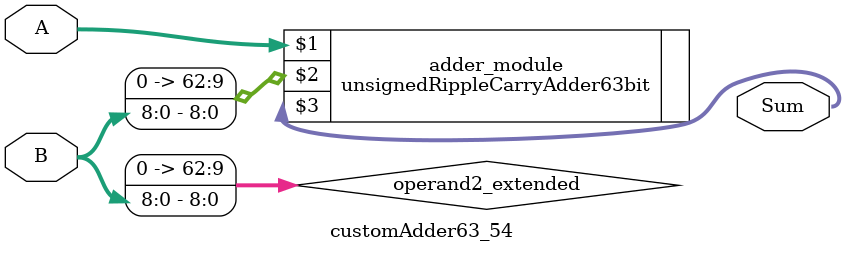
<source format=v>
module customAdder63_54(
                        input [62 : 0] A,
                        input [8 : 0] B,
                        
                        output [63 : 0] Sum
                );

        wire [62 : 0] operand2_extended;
        
        assign operand2_extended =  {54'b0, B};
        
        unsignedRippleCarryAdder63bit adder_module(
            A,
            operand2_extended,
            Sum
        );
        
        endmodule
        
</source>
